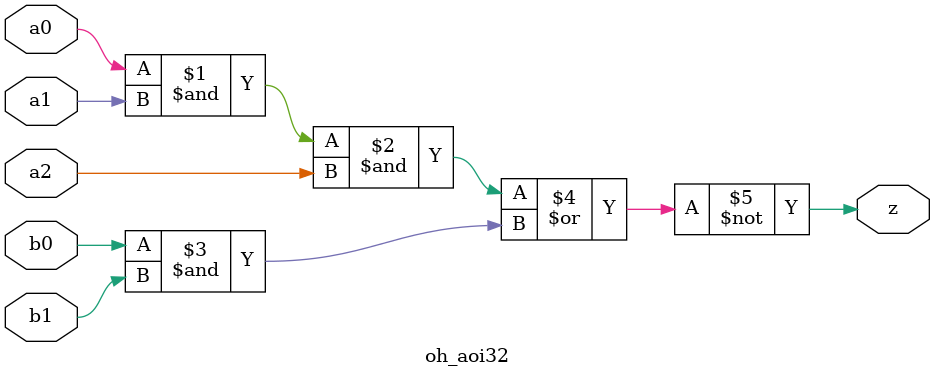
<source format=v>
module oh_aoi32(	// file.cleaned.mlir:2:3
  input  a0,	// file.cleaned.mlir:2:26
         a1,	// file.cleaned.mlir:2:39
         a2,	// file.cleaned.mlir:2:52
         b0,	// file.cleaned.mlir:2:65
         b1,	// file.cleaned.mlir:2:78
  output z	// file.cleaned.mlir:2:92
);

  assign z = ~(a0 & a1 & a2 | b0 & b1);	// file.cleaned.mlir:4:10, :5:10, :6:10, :7:10, :8:5
endmodule


</source>
